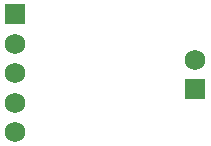
<source format=gbs>
G04 #@! TF.FileFunction,Soldermask,Bot*
%FSLAX45Y45*%
G04 Gerber Fmt 4.5, Leading zero omitted, Abs format (unit mm)*
G04 Created by KiCad (PCBNEW 4.0.4-stable) date Sat Oct 15 01:23:03 2016*
%MOMM*%
%LPD*%
G01*
G04 APERTURE LIST*
%ADD10C,0.100000*%
%ADD11R,1.750000X1.750000*%
%ADD12C,1.750000*%
G04 APERTURE END LIST*
D10*
D11*
X2946400Y-2717800D03*
D12*
X2946400Y-2967800D03*
X2946400Y-3217800D03*
X2946400Y-3467800D03*
X2946400Y-3717800D03*
D11*
X4470400Y-3352800D03*
D12*
X4470400Y-3102800D03*
M02*

</source>
